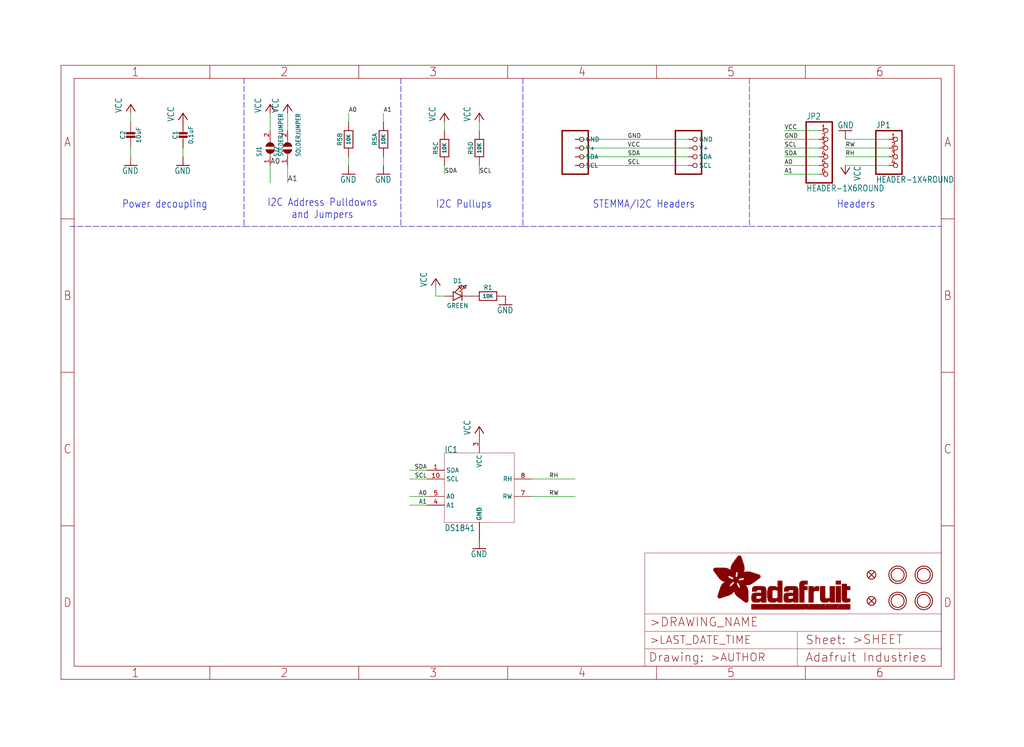
<source format=kicad_sch>
(kicad_sch (version 20211123) (generator eeschema)
  (paper "User" 298.45 217.881)
  (lib_symbols
    (symbol "eagleSchem-eagle-import:CAP_CERAMIC0603_NO"
      (property "Reference" "C" (at -2.29 1.25 90))
      (property "Value" "CAP_CERAMIC0603_NO" (at 2.3 1.25 90))
      (symbol "CAP_CERAMIC0603_NO_1_0"
        (pin passive line (at 0 5.08 270) (length 2.54) (name "1") (number "1"))
        (pin passive line (at 0 -2.54 90) (length 2.54) (name "2") (number "2"))
      )
    )
    (symbol "eagleSchem-eagle-import:CAP_CERAMIC0805-NOOUTLINE"
      (property "Reference" "C" (at -2.29 1.25 90))
      (property "Value" "CAP_CERAMIC0805-NOOUTLINE" (at 2.3 1.25 90))
      (symbol "CAP_CERAMIC0805-NOOUTLINE_1_0"
        (pin passive line (at 0 5.08 270) (length 2.54) (name "1") (number "1"))
        (pin passive line (at 0 -2.54 90) (length 2.54) (name "2") (number "2"))
      )
    )
    (symbol "eagleSchem-eagle-import:DS1841"
      (property "Reference" "IC" (at -10.16 10.16 0))
      (property "Value" "DS1841" (at -10.16 -12.7 0))
      (symbol "DS1841_1_0"
        (pin bidirectional line (at -15.24 5.08 0) (length 5.08) (name "SDA") (number "1"))
        (pin input line (at -15.24 2.54 0) (length 5.08) (name "SCL") (number "10"))
        (pin power_in line (at 0 -15.24 90) (length 5.08) (name "GND") (number "2"))
        (pin power_in line (at 0 15.24 270) (length 5.08) (name "VCC") (number "3"))
        (pin input line (at -15.24 -5.08 0) (length 5.08) (name "A1") (number "4"))
        (pin input line (at -15.24 -2.54 0) (length 5.08) (name "A0") (number "5"))
        (pin power_in line (at 0 -15.24 90) (length 5.08) (name "GND") (number "6"))
        (pin passive line (at 15.24 -2.54 180) (length 5.08) (name "RW") (number "7"))
        (pin passive line (at 15.24 2.54 180) (length 5.08) (name "RH") (number "8"))
        (pin power_in line (at 0 -15.24 90) (length 5.08) (name "GND") (number "GND"))
      )
    )
    (symbol "eagleSchem-eagle-import:FIDUCIAL_1MM")
    (symbol "eagleSchem-eagle-import:FRAME_A4_ADAFRUIT"
      (symbol "FRAME_A4_ADAFRUIT_1_0"
        (text "1" (at 21.6958 1.905 0) (effects (font (size 2.54 2.286))))
        (text "1" (at 21.6958 177.165 0) (effects (font (size 2.54 2.286))))
        (text "2" (at 65.0875 1.905 0) (effects (font (size 2.54 2.286))))
        (text "2" (at 65.0875 177.165 0) (effects (font (size 2.54 2.286))))
        (text "3" (at 108.4792 1.905 0) (effects (font (size 2.54 2.286))))
        (text "3" (at 108.4792 177.165 0) (effects (font (size 2.54 2.286))))
        (text "4" (at 151.8708 1.905 0) (effects (font (size 2.54 2.286))))
        (text "4" (at 151.8708 177.165 0) (effects (font (size 2.54 2.286))))
        (text "5" (at 195.2625 1.905 0) (effects (font (size 2.54 2.286))))
        (text "5" (at 195.2625 177.165 0) (effects (font (size 2.54 2.286))))
        (text "6" (at 238.6542 1.905 0) (effects (font (size 2.54 2.286))))
        (text "6" (at 238.6542 177.165 0) (effects (font (size 2.54 2.286))))
        (text ">AUTHOR" (at 189.23 5.08 0) (effects (font (size 2.286 2.286)) (justify left bottom)))
        (text ">DRAWING_NAME" (at 171.45 15.24 0) (effects (font (size 2.54 2.54)) (justify left bottom)))
        (text ">LAST_DATE_TIME" (at 171.45 10.16 0) (effects (font (size 2.286 2.286)) (justify left bottom)))
        (text ">SHEET" (at 230.505 10.16 0) (effects (font (size 2.54 2.54)) (justify left bottom)))
        (text "A" (at 1.905 156.6863 0) (effects (font (size 2.54 2.286))))
        (text "A" (at 258.445 156.6863 0) (effects (font (size 2.54 2.286))))
        (text "Adafruit Industries" (at 216.916 4.953 0) (effects (font (size 2.54 2.54)) (justify left bottom)))
        (text "B" (at 1.905 111.9188 0) (effects (font (size 2.54 2.286))))
        (text "B" (at 258.445 111.9188 0) (effects (font (size 2.54 2.286))))
        (text "C" (at 1.905 67.1513 0) (effects (font (size 2.54 2.286))))
        (text "C" (at 258.445 67.1513 0) (effects (font (size 2.54 2.286))))
        (text "D" (at 1.905 22.3838 0) (effects (font (size 2.54 2.286))))
        (text "D" (at 258.445 22.3838 0) (effects (font (size 2.54 2.286))))
        (text "Drawing:" (at 171.196 4.953 0) (effects (font (size 2.54 2.54)) (justify left bottom)))
        (text "Sheet:" (at 216.916 10.033 0) (effects (font (size 2.54 2.54)) (justify left bottom)))
      )
    )
    (symbol "eagleSchem-eagle-import:GND" (power)
      (property "Value" "GND" (at -2.54 -2.54 0))
      (symbol "GND_1_0"
        (pin power_in line (at 0 2.54 270) (length 2.54) (name "GND") (number "1"))
      )
    )
    (symbol "eagleSchem-eagle-import:HEADER-1X4ROUND"
      (property "Reference" "JP" (at -6.35 8.255 0))
      (property "Value" "HEADER-1X4ROUND" (at -6.35 -7.62 0))
      (symbol "HEADER-1X4ROUND_1_0"
        (pin passive inverted (at -2.54 5.08 0) (length 2.54) (name "1") (number "1"))
        (pin passive inverted (at -2.54 2.54 0) (length 2.54) (name "2") (number "2"))
        (pin passive inverted (at -2.54 0 0) (length 2.54) (name "3") (number "3"))
        (pin passive inverted (at -2.54 -2.54 0) (length 2.54) (name "4") (number "4"))
      )
    )
    (symbol "eagleSchem-eagle-import:HEADER-1X6ROUND"
      (property "Reference" "JP" (at -6.35 10.795 0))
      (property "Value" "HEADER-1X6ROUND" (at -6.35 -10.16 0))
      (symbol "HEADER-1X6ROUND_1_0"
        (pin passive inverted (at -2.54 7.62 0) (length 2.54) (name "1") (number "1"))
        (pin passive inverted (at -2.54 5.08 0) (length 2.54) (name "2") (number "2"))
        (pin passive inverted (at -2.54 2.54 0) (length 2.54) (name "3") (number "3"))
        (pin passive inverted (at -2.54 0 0) (length 2.54) (name "4") (number "4"))
        (pin passive inverted (at -2.54 -2.54 0) (length 2.54) (name "5") (number "5"))
        (pin passive inverted (at -2.54 -5.08 0) (length 2.54) (name "6") (number "6"))
      )
    )
    (symbol "eagleSchem-eagle-import:LED0603_NOOUTLINE"
      (property "Reference" "D" (at -1.27 4.445 0))
      (property "Value" "LED0603_NOOUTLINE" (at -1.27 -2.794 0))
      (symbol "LED0603_NOOUTLINE_1_0"
        (pin passive line (at -5.08 0 0) (length 2.54) (name "A") (number "A"))
        (pin passive line (at 2.54 0 180) (length 2.54) (name "C") (number "C"))
      )
    )
    (symbol "eagleSchem-eagle-import:MOUNTINGHOLE2.5")
    (symbol "eagleSchem-eagle-import:RESISTOR_0603_NOOUT"
      (property "Reference" "R" (at 0 2.54 0))
      (property "Value" "RESISTOR_0603_NOOUT" (at 0 0 0))
      (symbol "RESISTOR_0603_NOOUT_1_0"
        (pin passive line (at -5.08 0 0) (length 2.54) (name "1") (number "1"))
        (pin passive line (at 5.08 0 180) (length 2.54) (name "2") (number "2"))
      )
    )
    (symbol "eagleSchem-eagle-import:RESISTOR_4PACK"
      (property "Reference" "R" (at 0 2.54 0))
      (property "Value" "RESISTOR_4PACK" (at 0 0 0))
      (symbol "RESISTOR_4PACK_1_0"
        (pin passive line (at -5.08 0 0) (length 2.54) (name "1") (number "1"))
        (pin passive line (at 5.08 0 180) (length 2.54) (name "2") (number "8"))
      )
      (symbol "RESISTOR_4PACK_2_0"
        (pin passive line (at -5.08 0 0) (length 2.54) (name "1") (number "2"))
        (pin passive line (at 5.08 0 180) (length 2.54) (name "2") (number "7"))
      )
      (symbol "RESISTOR_4PACK_3_0"
        (pin passive line (at -5.08 0 0) (length 2.54) (name "1") (number "3"))
        (pin passive line (at 5.08 0 180) (length 2.54) (name "2") (number "6"))
      )
      (symbol "RESISTOR_4PACK_4_0"
        (pin passive line (at -5.08 0 0) (length 2.54) (name "1") (number "4"))
        (pin passive line (at 5.08 0 180) (length 2.54) (name "2") (number "5"))
      )
    )
    (symbol "eagleSchem-eagle-import:SOLDERJUMPER"
      (property "Reference" "SJ" (at -2.54 2.54 0))
      (property "Value" "SOLDERJUMPER" (at -2.54 -3.81 0))
      (symbol "SOLDERJUMPER_1_0"
        (pin passive line (at -5.08 0 0) (length 2.54) (name "1") (number "1"))
        (pin passive line (at 5.08 0 180) (length 2.54) (name "2") (number "2"))
      )
    )
    (symbol "eagleSchem-eagle-import:STEMMA_I2C_QT"
      (symbol "STEMMA_I2C_QT_1_0"
        (pin passive inverted (at 0 5.08 0) (length 2.54) (name "GND") (number "1"))
        (pin passive inverted (at 0 2.54 0) (length 2.54) (name "V+") (number "2"))
        (pin passive inverted (at 0 0 0) (length 2.54) (name "SDA") (number "3"))
        (pin passive inverted (at 0 -2.54 0) (length 2.54) (name "SCL") (number "4"))
      )
      (symbol "STEMMA_I2C_QT_2_0"
        (pin bidirectional line (at 0 0 0) (length 5.08) (name "MT") (number "MT1"))
      )
      (symbol "STEMMA_I2C_QT_3_0"
        (pin bidirectional line (at 0 0 0) (length 5.08) (name "MT") (number "MT2"))
      )
    )
    (symbol "eagleSchem-eagle-import:VCC" (power)
      (property "Value" "VCC" (at -2.54 -2.54 90))
      (symbol "VCC_1_0"
        (pin power_in line (at 0 -2.54 90) (length 2.54) (name "VCC") (number "1"))
      )
    )
  )
  (wire (pts (xy 129.54 38.1) (xy 129.54 35.56)))
  (polyline (pts (xy 20.32 66.04) (xy 71.12 66.04)))
  (wire (pts (xy 238.76 48.26) (xy 228.6 48.26)))
  (wire (pts (xy 111.76 35.56) (xy 111.76 33.02)))
  (wire (pts (xy 238.76 50.8) (xy 228.6 50.8)))
  (wire (pts (xy 119.38 147.32) (xy 124.46 147.32)))
  (wire (pts (xy 111.76 48.26) (xy 111.76 45.72)))
  (wire (pts (xy 38.1 35.56) (xy 38.1 33.02)))
  (wire (pts (xy 238.76 43.18) (xy 228.6 43.18)))
  (wire (pts (xy 238.76 40.64) (xy 228.6 40.64)))
  (wire (pts (xy 119.38 144.78) (xy 124.46 144.78)))
  (wire (pts (xy 139.7 50.8) (xy 139.7 48.26)))
  (wire (pts (xy 83.82 48.26) (xy 83.82 53.34)))
  (wire (pts (xy 259.08 45.72) (xy 246.38 45.72)))
  (wire (pts (xy 38.1 43.18) (xy 38.1 45.72)))
  (wire (pts (xy 78.74 38.1) (xy 78.74 33.02)))
  (wire (pts (xy 238.76 45.72) (xy 228.6 45.72)))
  (wire (pts (xy 119.38 137.16) (xy 124.46 137.16)))
  (wire (pts (xy 139.7 38.1) (xy 139.7 35.56)))
  (wire (pts (xy 78.74 48.26) (xy 78.74 53.34)))
  (wire (pts (xy 246.38 40.64) (xy 259.08 40.64)))
  (wire (pts (xy 127 86.36) (xy 127 83.82)))
  (wire (pts (xy 259.08 43.18) (xy 246.38 43.18)))
  (wire (pts (xy 129.54 50.8) (xy 129.54 48.26)))
  (polyline (pts (xy 218.44 66.04) (xy 274.32 66.04)))
  (wire (pts (xy 129.54 86.36) (xy 127 86.36)))
  (wire (pts (xy 83.82 38.1) (xy 83.82 33.02)))
  (wire (pts (xy 246.38 48.26) (xy 259.08 48.26)))
  (wire (pts (xy 53.34 43.18) (xy 53.34 45.72)))
  (polyline (pts (xy 116.84 22.86) (xy 116.84 66.04)))
  (polyline (pts (xy 71.12 66.04) (xy 116.84 66.04)))
  (polyline (pts (xy 152.4 66.04) (xy 218.44 66.04)))
  (polyline (pts (xy 152.4 22.86) (xy 152.4 66.04)))
  (wire (pts (xy 167.64 48.26) (xy 200.66 48.26)))
  (polyline (pts (xy 116.84 66.04) (xy 152.4 66.04)))
  (wire (pts (xy 200.66 40.64) (xy 167.64 40.64)))
  (wire (pts (xy 101.6 48.26) (xy 101.6 45.72)))
  (wire (pts (xy 200.66 45.72) (xy 167.64 45.72)))
  (polyline (pts (xy 218.44 22.86) (xy 218.44 66.04)))
  (wire (pts (xy 119.38 139.7) (xy 124.46 139.7)))
  (wire (pts (xy 101.6 35.56) (xy 101.6 33.02)))
  (wire (pts (xy 238.76 38.1) (xy 228.6 38.1)))
  (wire (pts (xy 167.64 43.18) (xy 200.66 43.18)))
  (wire (pts (xy 167.64 144.78) (xy 154.94 144.78)))
  (wire (pts (xy 154.94 139.7) (xy 167.64 139.7)))
  (polyline (pts (xy 71.12 22.86) (xy 71.12 66.04)))
  (text "I2C Address Pulldowns\nand Jumpers" (at 93.98 60.96 180) (effects (font (size 2.1844 1.8567))))
  (text "Power decoupling" (at 35.56 60.96 180) (effects (font (size 2.1844 1.8567)) (justify left bottom)))
  (text "Headers" (at 243.84 60.96 180) (effects (font (size 2.1844 1.8567)) (justify left bottom)))
  (text "I2C Pullups" (at 127 60.96 180) (effects (font (size 2.1844 1.8567)) (justify left bottom)))
  (text "STEMMA/I2C Headers" (at 172.72 60.96 180) (effects (font (size 2.1844 1.8567)) (justify left bottom)))
  (label "SCL" (at 182.88 48.26 0) (effects (font (size 1.2446 1.2446))))
  (label "RW" (at 246.38 43.18 0) (effects (font (size 1.2446 1.2446))))
  (label "SDA" (at 129.54 50.8 0) (effects (font (size 1.2446 1.2446))))
  (label "SDA" (at 124.46 137.16 180) (effects (font (size 1.2446 1.2446))))
  (label "GND" (at 228.6 40.64 0) (effects (font (size 1.2446 1.2446))))
  (label "VCC" (at 228.6 38.1 0) (effects (font (size 1.2446 1.2446))))
  (label "SDA" (at 228.6 45.72 0) (effects (font (size 1.2446 1.2446))))
  (label "GND" (at 182.88 40.64 0) (effects (font (size 1.2446 1.2446))))
  (label "SCL" (at 228.6 43.18 0) (effects (font (size 1.2446 1.2446))))
  (label "A1" (at 124.46 147.32 180) (effects (font (size 1.2446 1.2446))))
  (label "RH" (at 246.38 45.72 0) (effects (font (size 1.2446 1.2446))))
  (label "A0" (at 228.6 48.26 0) (effects (font (size 1.2446 1.2446))))
  (label "A0" (at 124.46 144.78 180) (effects (font (size 1.2446 1.2446))))
  (label "A1" (at 83.82 53.34 0) (effects (font (size 1.5291 1.5291))))
  (label "A0" (at 101.6 33.02 0) (effects (font (size 1.2446 1.2446))))
  (label "SCL" (at 139.7 50.8 0) (effects (font (size 1.2446 1.2446))))
  (label "RW" (at 160.02 144.78 0) (effects (font (size 1.2446 1.2446))))
  (label "A0" (at 78.74 48.26 0) (effects (font (size 1.5291 1.5291))))
  (label "SDA" (at 182.88 45.72 0) (effects (font (size 1.2446 1.2446))))
  (label "SCL" (at 124.46 139.7 180) (effects (font (size 1.2446 1.2446))))
  (label "A1" (at 228.6 50.8 0) (effects (font (size 1.2446 1.2446))))
  (label "RH" (at 160.02 139.7 0) (effects (font (size 1.2446 1.2446))))
  (label "VCC" (at 182.88 43.18 0) (effects (font (size 1.2446 1.2446))))
  (label "A1" (at 111.76 33.02 0) (effects (font (size 1.2446 1.2446))))
  (symbol (lib_id "eagleSchem-eagle-import:STEMMA_I2C_QT") (at 200.66 45.72 0) (unit 1)
    (property "Reference" "CONN2" (effects hide))
    (property "Value" "STEMMA_I2C_QT" (effects hide))
    (property "Footprint" "eagleSchem:JST_SH4" (effects hide))
  )
  (symbol (lib_id "eagleSchem-eagle-import:LED0603_NOOUTLINE") (at 134.62 86.36 0) (unit 1)
    (property "Reference" "D1" (at 133.35 81.915 0))
    (property "Value" "GREEN" (at 133.35 89.154 0))
    (property "Footprint" "eagleSchem:CHIPLED_0603_NOOUTLINE" (effects hide))
  )
  (symbol (lib_id "eagleSchem-eagle-import:VCC") (at 38.1 30.48 0) (unit 1)
    (property "Reference" "#P+9" (effects hide))
    (property "Value" "VCC" (at 35.56 33.02 90) (effects (font (size 1.778 1.5113)) (justify left bottom)))
    (property "Footprint" "eagleSchem:" (effects hide))
  )
  (symbol (lib_id "eagleSchem-eagle-import:CAP_CERAMIC0805-NOOUTLINE") (at 38.1 40.64 0) (unit 1)
    (property "Reference" "C2" (at 35.81 39.39 90))
    (property "Value" "10uF" (at 40.4 39.39 90))
    (property "Footprint" "eagleSchem:0805-NO" (effects hide))
  )
  (symbol (lib_id "eagleSchem-eagle-import:HEADER-1X4ROUND") (at 261.62 45.72 0) (unit 1)
    (property "Reference" "JP1" (at 255.27 37.465 0) (effects (font (size 1.778 1.5113)) (justify left bottom)))
    (property "Value" "HEADER-1X4ROUND" (at 255.27 53.34 0) (effects (font (size 1.778 1.5113)) (justify left bottom)))
    (property "Footprint" "eagleSchem:1X04_ROUND" (effects hide))
  )
  (symbol (lib_id "eagleSchem-eagle-import:VCC") (at 127 81.28 0) (unit 1)
    (property "Reference" "#P+5" (effects hide))
    (property "Value" "VCC" (at 124.46 83.82 90) (effects (font (size 1.778 1.5113)) (justify left bottom)))
    (property "Footprint" "eagleSchem:" (effects hide))
  )
  (symbol (lib_id "eagleSchem-eagle-import:FIDUCIAL_1MM") (at 254 175.26 0) (unit 1)
    (property "Reference" "FID1" (effects hide))
    (property "Value" "FIDUCIAL_1MM" (effects hide))
    (property "Footprint" "eagleSchem:FIDUCIAL_1MM" (effects hide))
  )
  (symbol (lib_id "eagleSchem-eagle-import:RESISTOR_4PACK") (at 111.76 40.64 90) (unit 1)
    (property "Reference" "R5" (at 109.22 40.64 0))
    (property "Value" "10K" (at 111.76 40.64 0) (effects (font (size 1.016 1.016) bold)))
    (property "Footprint" "eagleSchem:RESPACK_4X0603" (effects hide))
  )
  (symbol (lib_id "eagleSchem-eagle-import:DS1841") (at 139.7 142.24 0) (unit 1)
    (property "Reference" "IC1" (at 129.54 132.08 0) (effects (font (size 1.778 1.5113)) (justify left bottom)))
    (property "Value" "DS1841" (at 129.54 154.94 0) (effects (font (size 1.778 1.5113)) (justify left bottom)))
    (property "Footprint" "eagleSchem:DFN10_3X3MM" (effects hide))
  )
  (symbol (lib_id "eagleSchem-eagle-import:CAP_CERAMIC0603_NO") (at 53.34 40.64 0) (unit 1)
    (property "Reference" "C1" (at 51.05 39.39 90))
    (property "Value" "0.1uF" (at 55.64 39.39 90))
    (property "Footprint" "eagleSchem:0603-NO" (effects hide))
  )
  (symbol (lib_id "eagleSchem-eagle-import:GND") (at 38.1 48.26 0) (unit 1)
    (property "Reference" "#GND2" (effects hide))
    (property "Value" "GND" (at 35.56 50.8 0) (effects (font (size 1.778 1.5113)) (justify left bottom)))
    (property "Footprint" "eagleSchem:" (effects hide))
  )
  (symbol (lib_id "eagleSchem-eagle-import:RESISTOR_4PACK") (at 129.54 43.18 90) (unit 3)
    (property "Reference" "R5" (at 127 43.18 0))
    (property "Value" "10K" (at 129.54 43.18 0) (effects (font (size 1.016 1.016) bold)))
    (property "Footprint" "eagleSchem:RESPACK_4X0603" (effects hide))
  )
  (symbol (lib_id "eagleSchem-eagle-import:GND") (at 246.38 38.1 180) (unit 1)
    (property "Reference" "#GND3" (effects hide))
    (property "Value" "GND" (at 248.92 35.56 0) (effects (font (size 1.778 1.5113)) (justify left bottom)))
    (property "Footprint" "eagleSchem:" (effects hide))
  )
  (symbol (lib_id "eagleSchem-eagle-import:VCC") (at 83.82 30.48 0) (unit 1)
    (property "Reference" "#P+7" (effects hide))
    (property "Value" "VCC" (at 81.28 33.02 90) (effects (font (size 1.778 1.5113)) (justify left bottom)))
    (property "Footprint" "eagleSchem:" (effects hide))
  )
  (symbol (lib_id "eagleSchem-eagle-import:SOLDERJUMPER") (at 83.82 43.18 90) (unit 1)
    (property "Reference" "SJ2" (at 81.28 45.72 0) (effects (font (size 1.27 1.0795)) (justify left bottom)))
    (property "Value" "SOLDERJUMPER" (at 87.63 45.72 0) (effects (font (size 1.27 1.0795)) (justify left bottom)))
    (property "Footprint" "eagleSchem:SOLDERJUMPER_ARROW_NOPASTE" (effects hide))
  )
  (symbol (lib_id "eagleSchem-eagle-import:VCC") (at 246.38 50.8 180) (unit 1)
    (property "Reference" "#P+8" (effects hide))
    (property "Value" "VCC" (at 248.92 48.26 90) (effects (font (size 1.778 1.5113)) (justify left bottom)))
    (property "Footprint" "eagleSchem:" (effects hide))
  )
  (symbol (lib_id "eagleSchem-eagle-import:GND") (at 139.7 160.02 0) (unit 1)
    (property "Reference" "#GND7" (effects hide))
    (property "Value" "GND" (at 137.16 162.56 0) (effects (font (size 1.778 1.5113)) (justify left bottom)))
    (property "Footprint" "eagleSchem:" (effects hide))
  )
  (symbol (lib_id "eagleSchem-eagle-import:MOUNTINGHOLE2.5") (at 269.24 175.26 0) (unit 1)
    (property "Reference" "U$7" (effects hide))
    (property "Value" "MOUNTINGHOLE2.5" (effects hide))
    (property "Footprint" "eagleSchem:MOUNTINGHOLE_2.5_PLATED" (effects hide))
  )
  (symbol (lib_id "eagleSchem-eagle-import:GND") (at 111.76 50.8 0) (unit 1)
    (property "Reference" "#GND5" (effects hide))
    (property "Value" "GND" (at 109.22 53.34 0) (effects (font (size 1.778 1.5113)) (justify left bottom)))
    (property "Footprint" "eagleSchem:" (effects hide))
  )
  (symbol (lib_id "eagleSchem-eagle-import:MOUNTINGHOLE2.5") (at 269.24 167.64 0) (unit 1)
    (property "Reference" "U$6" (effects hide))
    (property "Value" "MOUNTINGHOLE2.5" (effects hide))
    (property "Footprint" "eagleSchem:MOUNTINGHOLE_2.5_PLATED" (effects hide))
  )
  (symbol (lib_id "eagleSchem-eagle-import:SOLDERJUMPER") (at 78.74 43.18 90) (unit 1)
    (property "Reference" "SJ1" (at 76.2 45.72 0) (effects (font (size 1.27 1.0795)) (justify left bottom)))
    (property "Value" "SOLDERJUMPER" (at 82.55 45.72 0) (effects (font (size 1.27 1.0795)) (justify left bottom)))
    (property "Footprint" "eagleSchem:SOLDERJUMPER_ARROW_NOPASTE" (effects hide))
  )
  (symbol (lib_id "eagleSchem-eagle-import:VCC") (at 139.7 124.46 0) (unit 1)
    (property "Reference" "#P+4" (effects hide))
    (property "Value" "VCC" (at 137.16 127 90) (effects (font (size 1.778 1.5113)) (justify left bottom)))
    (property "Footprint" "eagleSchem:" (effects hide))
  )
  (symbol (lib_id "eagleSchem-eagle-import:FRAME_A4_ADAFRUIT") (at 17.78 198.12 0) (unit 1)
    (property "Reference" "#U$4" (effects hide))
    (property "Value" "FRAME_A4_ADAFRUIT" (effects hide))
    (property "Footprint" "eagleSchem:" (effects hide))
  )
  (symbol (lib_id "eagleSchem-eagle-import:RESISTOR_0603_NOOUT") (at 142.24 86.36 0) (unit 1)
    (property "Reference" "R1" (at 142.24 83.82 0))
    (property "Value" "10K" (at 142.24 86.36 0) (effects (font (size 1.016 1.016) bold)))
    (property "Footprint" "eagleSchem:0603-NO" (effects hide))
  )
  (symbol (lib_id "eagleSchem-eagle-import:VCC") (at 139.7 33.02 0) (unit 1)
    (property "Reference" "#P+1" (effects hide))
    (property "Value" "VCC" (at 137.16 35.56 90) (effects (font (size 1.778 1.5113)) (justify left bottom)))
    (property "Footprint" "eagleSchem:" (effects hide))
  )
  (symbol (lib_id "eagleSchem-eagle-import:GND") (at 147.32 88.9 0) (unit 1)
    (property "Reference" "#GND6" (effects hide))
    (property "Value" "GND" (at 144.78 91.44 0) (effects (font (size 1.778 1.5113)) (justify left bottom)))
    (property "Footprint" "eagleSchem:" (effects hide))
  )
  (symbol (lib_id "eagleSchem-eagle-import:RESISTOR_4PACK") (at 139.7 43.18 90) (unit 4)
    (property "Reference" "R5" (at 137.16 43.18 0))
    (property "Value" "10K" (at 139.7 43.18 0) (effects (font (size 1.016 1.016) bold)))
    (property "Footprint" "eagleSchem:RESPACK_4X0603" (effects hide))
  )
  (symbol (lib_id "eagleSchem-eagle-import:FIDUCIAL_1MM") (at 254 167.64 0) (unit 1)
    (property "Reference" "FID2" (effects hide))
    (property "Value" "FIDUCIAL_1MM" (effects hide))
    (property "Footprint" "eagleSchem:FIDUCIAL_1MM" (effects hide))
  )
  (symbol (lib_id "eagleSchem-eagle-import:STEMMA_I2C_QT") (at 167.64 45.72 0) (unit 1)
    (property "Reference" "CONN1" (effects hide))
    (property "Value" "STEMMA_I2C_QT" (effects hide))
    (property "Footprint" "eagleSchem:JST_SH4" (effects hide))
  )
  (symbol (lib_id "eagleSchem-eagle-import:GND") (at 101.6 50.8 0) (unit 1)
    (property "Reference" "#GND4" (effects hide))
    (property "Value" "GND" (at 99.06 53.34 0) (effects (font (size 1.778 1.5113)) (justify left bottom)))
    (property "Footprint" "eagleSchem:" (effects hide))
  )
  (symbol (lib_id "eagleSchem-eagle-import:MOUNTINGHOLE2.5") (at 261.62 167.64 0) (unit 1)
    (property "Reference" "U$3" (effects hide))
    (property "Value" "MOUNTINGHOLE2.5" (effects hide))
    (property "Footprint" "eagleSchem:MOUNTINGHOLE_2.5_PLATED" (effects hide))
  )
  (symbol (lib_id "eagleSchem-eagle-import:VCC") (at 53.34 33.02 0) (unit 1)
    (property "Reference" "#P+3" (effects hide))
    (property "Value" "VCC" (at 50.8 35.56 90) (effects (font (size 1.778 1.5113)) (justify left bottom)))
    (property "Footprint" "eagleSchem:" (effects hide))
  )
  (symbol (lib_id "eagleSchem-eagle-import:VCC") (at 78.74 30.48 0) (unit 1)
    (property "Reference" "#P+6" (effects hide))
    (property "Value" "VCC" (at 76.2 33.02 90) (effects (font (size 1.778 1.5113)) (justify left bottom)))
    (property "Footprint" "eagleSchem:" (effects hide))
  )
  (symbol (lib_id "eagleSchem-eagle-import:RESISTOR_4PACK") (at 101.6 40.64 90) (unit 2)
    (property "Reference" "R5" (at 99.06 40.64 0))
    (property "Value" "10K" (at 101.6 40.64 0) (effects (font (size 1.016 1.016) bold)))
    (property "Footprint" "eagleSchem:RESPACK_4X0603" (effects hide))
  )
  (symbol (lib_id "eagleSchem-eagle-import:VCC") (at 129.54 33.02 0) (unit 1)
    (property "Reference" "#P+2" (effects hide))
    (property "Value" "VCC" (at 127 35.56 90) (effects (font (size 1.778 1.5113)) (justify left bottom)))
    (property "Footprint" "eagleSchem:" (effects hide))
  )
  (symbol (lib_id "eagleSchem-eagle-import:MOUNTINGHOLE2.5") (at 261.62 175.26 0) (unit 1)
    (property "Reference" "U$2" (effects hide))
    (property "Value" "MOUNTINGHOLE2.5" (effects hide))
    (property "Footprint" "eagleSchem:MOUNTINGHOLE_2.5_PLATED" (effects hide))
  )
  (symbol (lib_id "eagleSchem-eagle-import:GND") (at 53.34 48.26 0) (unit 1)
    (property "Reference" "#GND1" (effects hide))
    (property "Value" "GND" (at 50.8 50.8 0) (effects (font (size 1.778 1.5113)) (justify left bottom)))
    (property "Footprint" "eagleSchem:" (effects hide))
  )
  (symbol (lib_id "eagleSchem-eagle-import:HEADER-1X6ROUND") (at 241.3 45.72 0) (unit 1)
    (property "Reference" "JP2" (at 234.95 34.925 0) (effects (font (size 1.778 1.5113)) (justify left bottom)))
    (property "Value" "HEADER-1X6ROUND" (at 234.95 55.88 0) (effects (font (size 1.778 1.5113)) (justify left bottom)))
    (property "Footprint" "eagleSchem:1X06_ROUND" (effects hide))
  )
)
</source>
